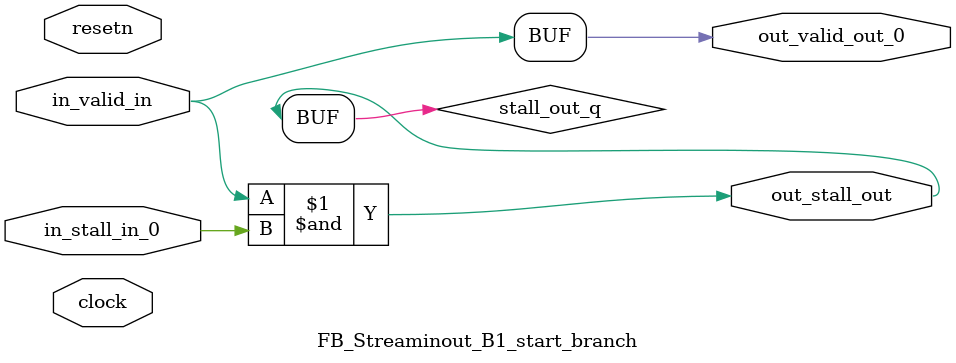
<source format=sv>



(* altera_attribute = "-name AUTO_SHIFT_REGISTER_RECOGNITION OFF; -name MESSAGE_DISABLE 10036; -name MESSAGE_DISABLE 10037; -name MESSAGE_DISABLE 14130; -name MESSAGE_DISABLE 14320; -name MESSAGE_DISABLE 15400; -name MESSAGE_DISABLE 14130; -name MESSAGE_DISABLE 10036; -name MESSAGE_DISABLE 12020; -name MESSAGE_DISABLE 12030; -name MESSAGE_DISABLE 12010; -name MESSAGE_DISABLE 12110; -name MESSAGE_DISABLE 14320; -name MESSAGE_DISABLE 13410; -name MESSAGE_DISABLE 113007; -name MESSAGE_DISABLE 10958" *)
module FB_Streaminout_B1_start_branch (
    input wire [0:0] in_stall_in_0,
    input wire [0:0] in_valid_in,
    output wire [0:0] out_stall_out,
    output wire [0:0] out_valid_out_0,
    input wire clock,
    input wire resetn
    );

    wire [0:0] stall_out_q;


    // stall_out(LOGICAL,6)
    assign stall_out_q = in_valid_in & in_stall_in_0;

    // out_stall_out(GPOUT,4)
    assign out_stall_out = stall_out_q;

    // out_valid_out_0(GPOUT,5)
    assign out_valid_out_0 = in_valid_in;

endmodule

</source>
